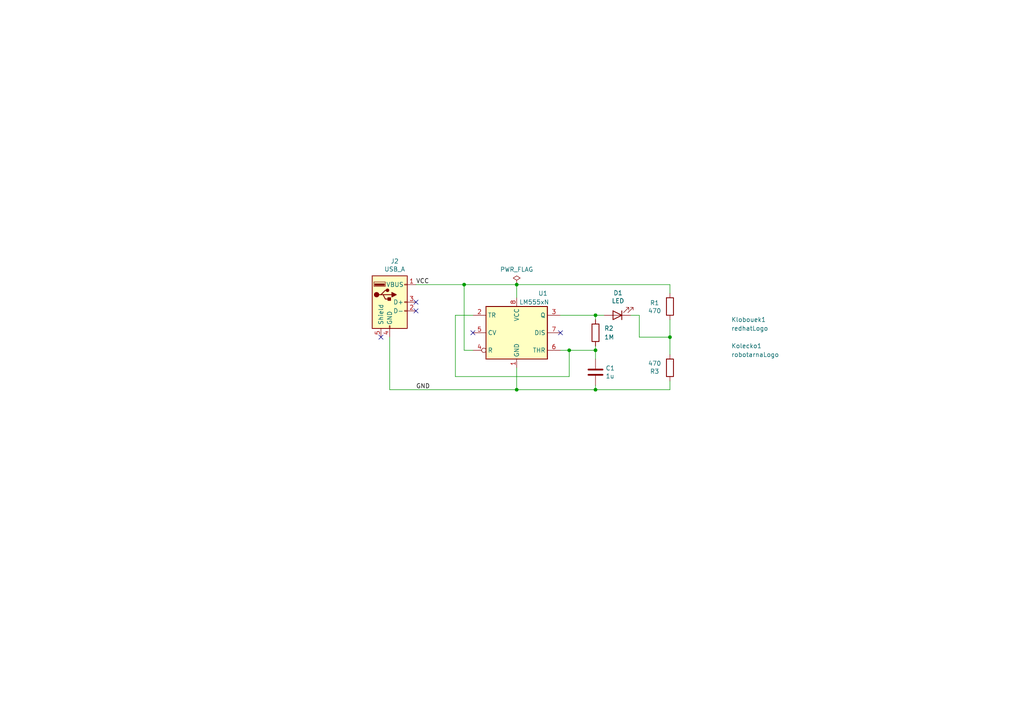
<source format=kicad_sch>
(kicad_sch (version 20211123) (generator eeschema)
  (paper "A4")
  (lib_symbols
    (symbol "Device:C" (pin_numbers hide) (pin_names (offset 0.254))
      (property "Reference" "C" (at 0.635 2.54 0))
      (property "Value" "C" (at 0.635 -2.54 0))
      (symbol "C_0_1"
        (polyline (pts (xy -2.032 -0.762) (xy 2.032 -0.762)) (stroke (width 0.508)))
        (polyline (pts (xy -2.032 0.762) (xy 2.032 0.762)) (stroke (width 0.508)))
      )
      (symbol "C_1_1"
        (pin passive line (at 0 3.81 270) (length 2.794) (name "~") (number "1"))
        (pin passive line (at 0 -3.81 90) (length 2.794) (name "~") (number "2"))
      )
    )
    (symbol "Device:LED" (pin_numbers hide) (pin_names (offset 1.016) hide)
      (property "Reference" "D" (at 0 2.54 0))
      (property "Value" "LED" (at 0 -2.54 0))
      (symbol "LED_0_1"
        (polyline (pts (xy -1.27 -1.27) (xy -1.27 1.27)) (stroke (width 0.254)))
        (polyline (pts (xy -1.27 0) (xy 1.27 0)))
        (polyline (pts (xy 1.27 -1.27) (xy 1.27 1.27) (xy -1.27 0) (xy 1.27 -1.27)) (stroke (width 0.254)))
        (polyline (pts (xy -3.048 -0.762) (xy -4.572 -2.286) (xy -3.81 -2.286) (xy -4.572 -2.286) (xy -4.572 -1.524)))
        (polyline (pts (xy -1.778 -0.762) (xy -3.302 -2.286) (xy -2.54 -2.286) (xy -3.302 -2.286) (xy -3.302 -1.524)))
      )
      (symbol "LED_1_1"
        (pin passive line (at -3.81 0 0) (length 2.54) (name "K") (number "1"))
        (pin passive line (at 3.81 0 180) (length 2.54) (name "A") (number "2"))
      )
    )
    (symbol "Device:R" (pin_numbers hide) (pin_names (offset 0))
      (property "Reference" "R" (at 2.032 0 90))
      (property "Value" "R" (at 0 0 90))
      (symbol "R_0_1"
        (rectangle (start -1.016 -2.54) (end 1.016 2.54) (stroke (width 0.254)))
      )
      (symbol "R_1_1"
        (pin passive line (at 0 3.81 270) (length 1.27) (name "~") (number "1"))
        (pin passive line (at 0 -3.81 90) (length 1.27) (name "~") (number "2"))
      )
    )
    (symbol "Robotarna_KiCad_Library:redhatLogo"
      (property "Reference" "Klobouek" (at 0 0 0))
      (property "Value" "redhatLogo" (at 0 -2.54 0))
    )
    (symbol "Robotarna_KiCad_Library:robotarnaLogo"
      (property "Reference" "Kolecko" (at 0 0 0))
      (property "Value" "robotarnaLogo" (at 0 -2.54 0))
    )
    (symbol "Timer:LM555xN"
      (property "Reference" "U" (at -10.16 8.89 0))
      (property "Value" "LM555xN" (at 2.54 8.89 0))
      (symbol "LM555xN_0_0"
        (pin power_in line (at 0 -10.16 90) (length 2.54) (name "GND") (number "1"))
        (pin power_in line (at 0 10.16 270) (length 2.54) (name "VCC") (number "8"))
      )
      (symbol "LM555xN_0_1"
        (rectangle (start -8.89 -7.62) (end 8.89 7.62) (stroke (width 0.254)) (fill (type background)))
        (rectangle (start -8.89 -7.62) (end 8.89 7.62) (stroke (width 0.254)) (fill (type background)))
      )
      (symbol "LM555xN_1_1"
        (pin input line (at -12.7 5.08 0) (length 3.81) (name "TR") (number "2"))
        (pin output line (at 12.7 5.08 180) (length 3.81) (name "Q") (number "3"))
        (pin input inverted (at -12.7 -5.08 0) (length 3.81) (name "R") (number "4"))
        (pin input line (at -12.7 0 0) (length 3.81) (name "CV") (number "5"))
        (pin input line (at 12.7 -5.08 180) (length 3.81) (name "THR") (number "6"))
        (pin input line (at 12.7 0 180) (length 3.81) (name "DIS") (number "7"))
      )
    )
    (symbol "power:PWR_FLAG" (power) (pin_numbers hide) (pin_names (offset 0) hide)
      (property "Value" "PWR_FLAG" (at 0 3.81 0))
      (symbol "PWR_FLAG_0_0"
        (pin power_out line (at 0 0 90) (length 0) (name "pwr") (number "1"))
      )
      (symbol "PWR_FLAG_0_1"
        (polyline (pts (xy 0 0) (xy 0 1.27) (xy -1.016 1.905) (xy 0 2.54) (xy 1.016 1.905) (xy 0 1.27)))
      )
    )
    (symbol "solderingChallenge-rescue:USB_A-Connector" (pin_names (offset 1.016))
      (property "Reference" "J" (at -5.08 11.43 0))
      (property "Value" "USB_A-Connector" (at -5.08 8.89 0))
      (symbol "USB_A-Connector_0_1"
        (rectangle (start -5.08 -7.62) (end 5.08 7.62) (stroke (width 0.254)) (fill (type background)))
        (circle (center -3.81 2.159) (radius 0.635) (stroke (width 0.254)) (fill (type outline)))
        (rectangle (start -1.524 4.826) (end -4.318 5.334) (fill (type outline)))
        (rectangle (start -1.27 4.572) (end -4.572 5.842))
        (circle (center -0.635 3.429) (radius 0.381) (stroke (width 0.254)) (fill (type outline)))
        (rectangle (start -0.127 -7.62) (end 0.127 -6.858))
        (polyline (pts (xy -3.175 2.159) (xy -2.54 2.159) (xy -1.27 3.429) (xy -0.635 3.429)) (stroke (width 0.254)))
        (polyline (pts (xy -2.54 2.159) (xy -1.905 2.159) (xy -1.27 0.889) (xy 0 0.889)) (stroke (width 0.254)))
        (polyline (pts (xy 0.635 2.794) (xy 0.635 1.524) (xy 1.905 2.159) (xy 0.635 2.794)) (stroke (width 0.254)) (fill (type outline)))
        (rectangle (start 0.254 1.27) (end -0.508 0.508) (stroke (width 0.254)) (fill (type outline)))
        (rectangle (start 5.08 -2.667) (end 4.318 -2.413))
        (rectangle (start 5.08 -0.127) (end 4.318 0.127))
        (rectangle (start 5.08 4.953) (end 4.318 5.207))
      )
      (symbol "USB_A-Connector_1_1"
        (polyline (pts (xy -1.905 2.159) (xy 0.635 2.159)) (stroke (width 0.254)))
        (pin power_in line (at 7.62 5.08 180) (length 2.54) (name "VBUS") (number "1"))
        (pin passive line (at 7.62 -2.54 180) (length 2.54) (name "D-") (number "2"))
        (pin passive line (at 7.62 0 180) (length 2.54) (name "D+") (number "3"))
        (pin power_in line (at 0 -10.16 90) (length 2.54) (name "GND") (number "4"))
        (pin passive line (at -2.54 -10.16 90) (length 2.54) (name "Shield") (number "5"))
      )
    )
  )
  (junction (at 172.72 113.03))
  (junction (at 194.31 97.79))
  (junction (at 149.86 113.03))
  (junction (at 149.86 82.55))
  (junction (at 165.1 101.6))
  (junction (at 172.72 91.44))
  (junction (at 172.72 101.6))
  (junction (at 134.62 82.55))
  (no_connect (at 137.16 96.52))
  (no_connect (at 120.65 87.63))
  (no_connect (at 110.49 97.79))
  (no_connect (at 120.65 90.17))
  (no_connect (at 162.56 96.52))
  (wire (pts (xy 182.88 91.44) (xy 185.42 91.44)))
  (wire (pts (xy 172.72 91.44) (xy 172.72 92.71)))
  (wire (pts (xy 172.72 100.33) (xy 172.72 101.6)))
  (wire (pts (xy 137.16 91.44) (xy 132.08 91.44)))
  (wire (pts (xy 134.62 82.55) (xy 149.86 82.55)))
  (wire (pts (xy 162.56 91.44) (xy 172.72 91.44)))
  (wire (pts (xy 149.86 82.55) (xy 194.31 82.55)))
  (wire (pts (xy 194.31 110.49) (xy 194.31 113.03)))
  (wire (pts (xy 194.31 97.79) (xy 185.42 97.79)))
  (wire (pts (xy 175.26 91.44) (xy 172.72 91.44)))
  (wire (pts (xy 194.31 97.79) (xy 194.31 102.87)))
  (wire (pts (xy 165.1 101.6) (xy 172.72 101.6)))
  (wire (pts (xy 137.16 101.6) (xy 134.62 101.6)))
  (wire (pts (xy 194.31 82.55) (xy 194.31 85.09)))
  (wire (pts (xy 172.72 101.6) (xy 172.72 104.14)))
  (wire (pts (xy 149.86 113.03) (xy 172.72 113.03)))
  (wire (pts (xy 194.31 92.71) (xy 194.31 97.79)))
  (wire (pts (xy 149.86 86.36) (xy 149.86 82.55)))
  (wire (pts (xy 172.72 113.03) (xy 172.72 111.76)))
  (wire (pts (xy 120.65 82.55) (xy 134.62 82.55)))
  (wire (pts (xy 113.03 113.03) (xy 149.86 113.03)))
  (wire (pts (xy 172.72 113.03) (xy 194.31 113.03)))
  (wire (pts (xy 134.62 101.6) (xy 134.62 82.55)))
  (wire (pts (xy 132.08 91.44) (xy 132.08 109.22)))
  (wire (pts (xy 132.08 109.22) (xy 165.1 109.22)))
  (wire (pts (xy 149.86 113.03) (xy 149.86 106.68)))
  (wire (pts (xy 185.42 97.79) (xy 185.42 91.44)))
  (wire (pts (xy 113.03 113.03) (xy 113.03 97.79)))
  (wire (pts (xy 162.56 101.6) (xy 165.1 101.6)))
  (wire (pts (xy 165.1 101.6) (xy 165.1 109.22)))
  (label "GND" (at 120.65 113.03 0))
  (label "VCC" (at 120.65 82.55 0))
  (symbol (lib_id "Timer:LM555xN") (at 149.86 96.52 0) (unit 1)
    (property "Reference" "U1" (at 157.48 85.09 0))
    (property "Value" "LM555xN" (at 154.94 87.63 0))
    (property "Footprint" "Package_DIP:DIP-8_W7.62mm" (effects hide))
    (property "Datasheet" "http://www.ti.com/lit/ds/symlink/lm555.pdf" (effects hide))
  )
  (symbol (lib_id "Device:C") (at 172.72 107.95 0) (unit 1)
    (property "Reference" "C1" (at 175.641 106.7816 0) (effects (justify left)))
    (property "Value" "1u" (at 175.641 109.093 0) (effects (justify left)))
    (property "Footprint" "Capacitor_THT:C_Disc_D7.5mm_W2.5mm_P5.00mm" (effects hide))
  )
  (symbol (lib_id "solderingChallenge-rescue:USB_A-Connector") (at 113.03 87.63 0) (unit 1)
    (property "Reference" "J2" (at 114.4778 75.7682 0))
    (property "Value" "USB_A" (at 114.4778 78.0796 0))
    (property "Footprint" "Robotarna_KiCad_Library:usb-PCB" (effects hide))
    (property "Datasheet" " ~" (effects hide))
  )
  (symbol (lib_id "Device:R") (at 194.31 88.9 0) (unit 1)
    (property "Reference" "R1" (at 189.865 87.8586 0))
    (property "Value" "470" (at 189.865 90.17 0))
    (property "Footprint" "Resistor_THT:R_Axial_DIN0207_L6.3mm_D2.5mm_P15.24mm_Horizontal" (effects hide))
  )
  (symbol (lib_id "Device:LED") (at 179.07 91.44 180) (unit 1)
    (property "Reference" "D1" (at 179.2478 84.963 0))
    (property "Value" "LED" (at 179.2478 87.2744 0))
    (property "Footprint" "LED_THT:LED_D5.0mm" (effects hide))
  )
  (symbol (lib_id "power:PWR_FLAG") (at 149.86 82.55 0) (unit 1)
    (property "Reference" "#FLG01" (effects hide))
    (property "Value" "PWR_FLAG" (at 149.86 78.1558 0))
  )
  (symbol (lib_id "Device:R") (at 172.72 96.52 180) (unit 1)
    (property "Reference" "R2" (at 175.26 95.2499 0) (effects (justify right)))
    (property "Value" "1M" (at 175.26 97.7899 0) (effects (justify right)))
    (property "Footprint" "Resistor_THT:R_Axial_DIN0207_L6.3mm_D2.5mm_P15.24mm_Horizontal" (effects hide))
  )
  (symbol (lib_id "Robotarna_KiCad_Library:robotarnaLogo") (at 210.82 101.6 0) (unit 1)
    (property "Reference" "Kolecko1" (at 212.09 100.3299 0) (effects (justify left)))
    (property "Value" "robotarnaLogo" (at 212.09 102.8699 0) (effects (justify left)))
    (property "Footprint" "Robotarna_KiCad_Library:RobotarnaLogo-6mm" (effects hide))
  )
  (symbol (lib_id "Device:R") (at 194.31 106.68 0) (unit 1)
    (property "Reference" "R3" (at 189.865 107.7214 0))
    (property "Value" "470" (at 189.865 105.41 0))
    (property "Footprint" "Resistor_THT:R_Axial_DIN0207_L6.3mm_D2.5mm_P15.24mm_Horizontal" (effects hide))
  )
  (symbol (lib_id "Robotarna_KiCad_Library:redhatLogo") (at 211.455 93.98 0) (unit 1)
    (property "Reference" "Klobouek1" (at 212.09 92.7099 0) (effects (justify left)))
    (property "Value" "redhatLogo" (at 212.09 95.2499 0) (effects (justify left)))
    (property "Footprint" "Robotarna_KiCad_Library:RedhatLogo" (effects hide))
  )
)
</source>
